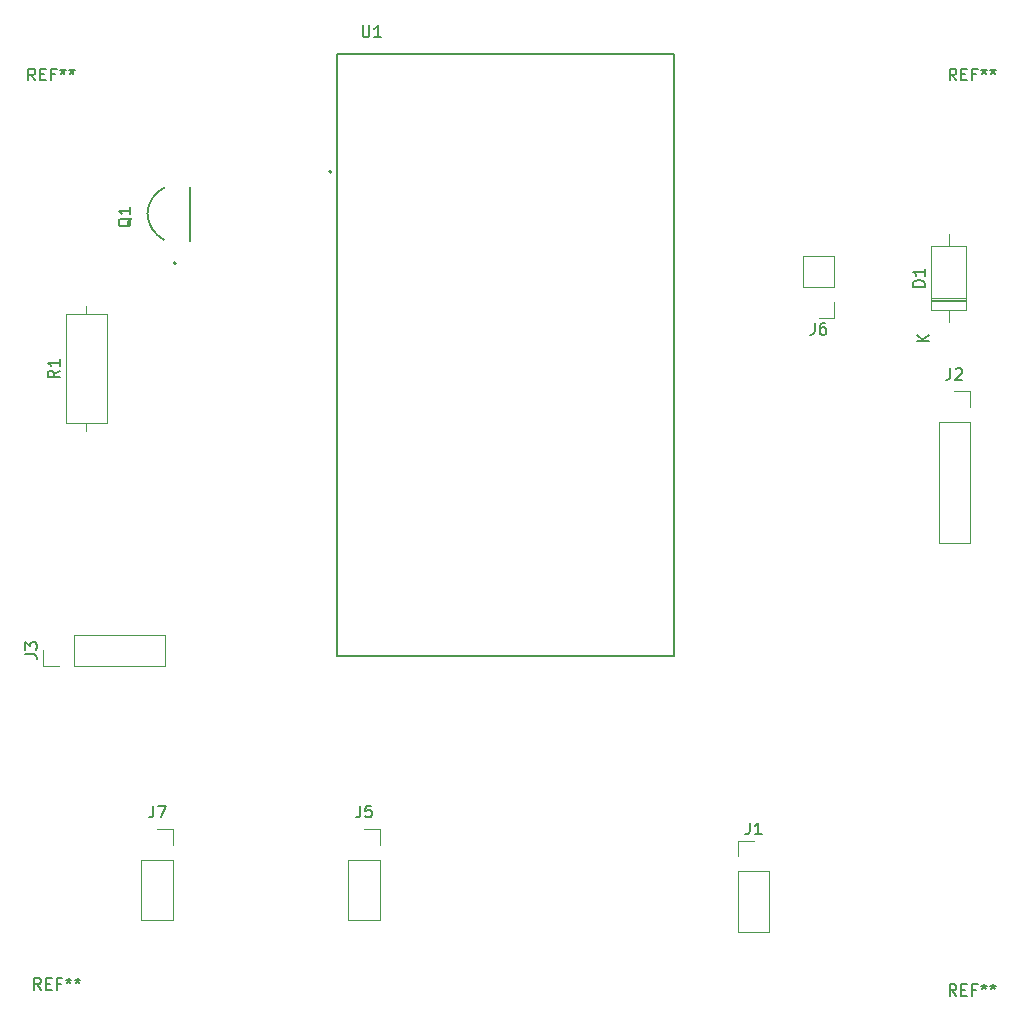
<source format=gbr>
%TF.GenerationSoftware,KiCad,Pcbnew,9.0.0*%
%TF.CreationDate,2025-03-05T16:28:04-05:00*%
%TF.ProjectId,Sistema-de-riego-automatico,53697374-656d-4612-9d64-652d72696567,rev?*%
%TF.SameCoordinates,Original*%
%TF.FileFunction,Legend,Top*%
%TF.FilePolarity,Positive*%
%FSLAX46Y46*%
G04 Gerber Fmt 4.6, Leading zero omitted, Abs format (unit mm)*
G04 Created by KiCad (PCBNEW 9.0.0) date 2025-03-05 16:28:04*
%MOMM*%
%LPD*%
G01*
G04 APERTURE LIST*
%ADD10C,0.150000*%
%ADD11C,0.120000*%
%ADD12C,0.200000*%
%ADD13C,0.127000*%
G04 APERTURE END LIST*
D10*
X66691666Y-81644819D02*
X66691666Y-82359104D01*
X66691666Y-82359104D02*
X66644047Y-82501961D01*
X66644047Y-82501961D02*
X66548809Y-82597200D01*
X66548809Y-82597200D02*
X66405952Y-82644819D01*
X66405952Y-82644819D02*
X66310714Y-82644819D01*
X67644047Y-81644819D02*
X67167857Y-81644819D01*
X67167857Y-81644819D02*
X67120238Y-82121009D01*
X67120238Y-82121009D02*
X67167857Y-82073390D01*
X67167857Y-82073390D02*
X67263095Y-82025771D01*
X67263095Y-82025771D02*
X67501190Y-82025771D01*
X67501190Y-82025771D02*
X67596428Y-82073390D01*
X67596428Y-82073390D02*
X67644047Y-82121009D01*
X67644047Y-82121009D02*
X67691666Y-82216247D01*
X67691666Y-82216247D02*
X67691666Y-82454342D01*
X67691666Y-82454342D02*
X67644047Y-82549580D01*
X67644047Y-82549580D02*
X67596428Y-82597200D01*
X67596428Y-82597200D02*
X67501190Y-82644819D01*
X67501190Y-82644819D02*
X67263095Y-82644819D01*
X67263095Y-82644819D02*
X67167857Y-82597200D01*
X67167857Y-82597200D02*
X67120238Y-82549580D01*
X39666666Y-97254819D02*
X39333333Y-96778628D01*
X39095238Y-97254819D02*
X39095238Y-96254819D01*
X39095238Y-96254819D02*
X39476190Y-96254819D01*
X39476190Y-96254819D02*
X39571428Y-96302438D01*
X39571428Y-96302438D02*
X39619047Y-96350057D01*
X39619047Y-96350057D02*
X39666666Y-96445295D01*
X39666666Y-96445295D02*
X39666666Y-96588152D01*
X39666666Y-96588152D02*
X39619047Y-96683390D01*
X39619047Y-96683390D02*
X39571428Y-96731009D01*
X39571428Y-96731009D02*
X39476190Y-96778628D01*
X39476190Y-96778628D02*
X39095238Y-96778628D01*
X40095238Y-96731009D02*
X40428571Y-96731009D01*
X40571428Y-97254819D02*
X40095238Y-97254819D01*
X40095238Y-97254819D02*
X40095238Y-96254819D01*
X40095238Y-96254819D02*
X40571428Y-96254819D01*
X41333333Y-96731009D02*
X41000000Y-96731009D01*
X41000000Y-97254819D02*
X41000000Y-96254819D01*
X41000000Y-96254819D02*
X41476190Y-96254819D01*
X42000000Y-96254819D02*
X42000000Y-96492914D01*
X41761905Y-96397676D02*
X42000000Y-96492914D01*
X42000000Y-96492914D02*
X42238095Y-96397676D01*
X41857143Y-96683390D02*
X42000000Y-96492914D01*
X42000000Y-96492914D02*
X42142857Y-96683390D01*
X42761905Y-96254819D02*
X42761905Y-96492914D01*
X42523810Y-96397676D02*
X42761905Y-96492914D01*
X42761905Y-96492914D02*
X43000000Y-96397676D01*
X42619048Y-96683390D02*
X42761905Y-96492914D01*
X42761905Y-96492914D02*
X42904762Y-96683390D01*
X117166666Y-97754819D02*
X116833333Y-97278628D01*
X116595238Y-97754819D02*
X116595238Y-96754819D01*
X116595238Y-96754819D02*
X116976190Y-96754819D01*
X116976190Y-96754819D02*
X117071428Y-96802438D01*
X117071428Y-96802438D02*
X117119047Y-96850057D01*
X117119047Y-96850057D02*
X117166666Y-96945295D01*
X117166666Y-96945295D02*
X117166666Y-97088152D01*
X117166666Y-97088152D02*
X117119047Y-97183390D01*
X117119047Y-97183390D02*
X117071428Y-97231009D01*
X117071428Y-97231009D02*
X116976190Y-97278628D01*
X116976190Y-97278628D02*
X116595238Y-97278628D01*
X117595238Y-97231009D02*
X117928571Y-97231009D01*
X118071428Y-97754819D02*
X117595238Y-97754819D01*
X117595238Y-97754819D02*
X117595238Y-96754819D01*
X117595238Y-96754819D02*
X118071428Y-96754819D01*
X118833333Y-97231009D02*
X118500000Y-97231009D01*
X118500000Y-97754819D02*
X118500000Y-96754819D01*
X118500000Y-96754819D02*
X118976190Y-96754819D01*
X119500000Y-96754819D02*
X119500000Y-96992914D01*
X119261905Y-96897676D02*
X119500000Y-96992914D01*
X119500000Y-96992914D02*
X119738095Y-96897676D01*
X119357143Y-97183390D02*
X119500000Y-96992914D01*
X119500000Y-96992914D02*
X119642857Y-97183390D01*
X120261905Y-96754819D02*
X120261905Y-96992914D01*
X120023810Y-96897676D02*
X120261905Y-96992914D01*
X120261905Y-96992914D02*
X120500000Y-96897676D01*
X120119048Y-97183390D02*
X120261905Y-96992914D01*
X120261905Y-96992914D02*
X120404762Y-97183390D01*
X39166666Y-20254819D02*
X38833333Y-19778628D01*
X38595238Y-20254819D02*
X38595238Y-19254819D01*
X38595238Y-19254819D02*
X38976190Y-19254819D01*
X38976190Y-19254819D02*
X39071428Y-19302438D01*
X39071428Y-19302438D02*
X39119047Y-19350057D01*
X39119047Y-19350057D02*
X39166666Y-19445295D01*
X39166666Y-19445295D02*
X39166666Y-19588152D01*
X39166666Y-19588152D02*
X39119047Y-19683390D01*
X39119047Y-19683390D02*
X39071428Y-19731009D01*
X39071428Y-19731009D02*
X38976190Y-19778628D01*
X38976190Y-19778628D02*
X38595238Y-19778628D01*
X39595238Y-19731009D02*
X39928571Y-19731009D01*
X40071428Y-20254819D02*
X39595238Y-20254819D01*
X39595238Y-20254819D02*
X39595238Y-19254819D01*
X39595238Y-19254819D02*
X40071428Y-19254819D01*
X40833333Y-19731009D02*
X40500000Y-19731009D01*
X40500000Y-20254819D02*
X40500000Y-19254819D01*
X40500000Y-19254819D02*
X40976190Y-19254819D01*
X41500000Y-19254819D02*
X41500000Y-19492914D01*
X41261905Y-19397676D02*
X41500000Y-19492914D01*
X41500000Y-19492914D02*
X41738095Y-19397676D01*
X41357143Y-19683390D02*
X41500000Y-19492914D01*
X41500000Y-19492914D02*
X41642857Y-19683390D01*
X42261905Y-19254819D02*
X42261905Y-19492914D01*
X42023810Y-19397676D02*
X42261905Y-19492914D01*
X42261905Y-19492914D02*
X42500000Y-19397676D01*
X42119048Y-19683390D02*
X42261905Y-19492914D01*
X42261905Y-19492914D02*
X42404762Y-19683390D01*
X117166666Y-20254819D02*
X116833333Y-19778628D01*
X116595238Y-20254819D02*
X116595238Y-19254819D01*
X116595238Y-19254819D02*
X116976190Y-19254819D01*
X116976190Y-19254819D02*
X117071428Y-19302438D01*
X117071428Y-19302438D02*
X117119047Y-19350057D01*
X117119047Y-19350057D02*
X117166666Y-19445295D01*
X117166666Y-19445295D02*
X117166666Y-19588152D01*
X117166666Y-19588152D02*
X117119047Y-19683390D01*
X117119047Y-19683390D02*
X117071428Y-19731009D01*
X117071428Y-19731009D02*
X116976190Y-19778628D01*
X116976190Y-19778628D02*
X116595238Y-19778628D01*
X117595238Y-19731009D02*
X117928571Y-19731009D01*
X118071428Y-20254819D02*
X117595238Y-20254819D01*
X117595238Y-20254819D02*
X117595238Y-19254819D01*
X117595238Y-19254819D02*
X118071428Y-19254819D01*
X118833333Y-19731009D02*
X118500000Y-19731009D01*
X118500000Y-20254819D02*
X118500000Y-19254819D01*
X118500000Y-19254819D02*
X118976190Y-19254819D01*
X119500000Y-19254819D02*
X119500000Y-19492914D01*
X119261905Y-19397676D02*
X119500000Y-19492914D01*
X119500000Y-19492914D02*
X119738095Y-19397676D01*
X119357143Y-19683390D02*
X119500000Y-19492914D01*
X119500000Y-19492914D02*
X119642857Y-19683390D01*
X120261905Y-19254819D02*
X120261905Y-19492914D01*
X120023810Y-19397676D02*
X120261905Y-19492914D01*
X120261905Y-19492914D02*
X120500000Y-19397676D01*
X120119048Y-19683390D02*
X120261905Y-19492914D01*
X120261905Y-19492914D02*
X120404762Y-19683390D01*
X99666666Y-83084819D02*
X99666666Y-83799104D01*
X99666666Y-83799104D02*
X99619047Y-83941961D01*
X99619047Y-83941961D02*
X99523809Y-84037200D01*
X99523809Y-84037200D02*
X99380952Y-84084819D01*
X99380952Y-84084819D02*
X99285714Y-84084819D01*
X100666666Y-84084819D02*
X100095238Y-84084819D01*
X100380952Y-84084819D02*
X100380952Y-83084819D01*
X100380952Y-83084819D02*
X100285714Y-83227676D01*
X100285714Y-83227676D02*
X100190476Y-83322914D01*
X100190476Y-83322914D02*
X100095238Y-83370533D01*
X116666666Y-44604819D02*
X116666666Y-45319104D01*
X116666666Y-45319104D02*
X116619047Y-45461961D01*
X116619047Y-45461961D02*
X116523809Y-45557200D01*
X116523809Y-45557200D02*
X116380952Y-45604819D01*
X116380952Y-45604819D02*
X116285714Y-45604819D01*
X117095238Y-44700057D02*
X117142857Y-44652438D01*
X117142857Y-44652438D02*
X117238095Y-44604819D01*
X117238095Y-44604819D02*
X117476190Y-44604819D01*
X117476190Y-44604819D02*
X117571428Y-44652438D01*
X117571428Y-44652438D02*
X117619047Y-44700057D01*
X117619047Y-44700057D02*
X117666666Y-44795295D01*
X117666666Y-44795295D02*
X117666666Y-44890533D01*
X117666666Y-44890533D02*
X117619047Y-45033390D01*
X117619047Y-45033390D02*
X117047619Y-45604819D01*
X117047619Y-45604819D02*
X117666666Y-45604819D01*
X41234819Y-44816666D02*
X40758628Y-45149999D01*
X41234819Y-45388094D02*
X40234819Y-45388094D01*
X40234819Y-45388094D02*
X40234819Y-45007142D01*
X40234819Y-45007142D02*
X40282438Y-44911904D01*
X40282438Y-44911904D02*
X40330057Y-44864285D01*
X40330057Y-44864285D02*
X40425295Y-44816666D01*
X40425295Y-44816666D02*
X40568152Y-44816666D01*
X40568152Y-44816666D02*
X40663390Y-44864285D01*
X40663390Y-44864285D02*
X40711009Y-44911904D01*
X40711009Y-44911904D02*
X40758628Y-45007142D01*
X40758628Y-45007142D02*
X40758628Y-45388094D01*
X41234819Y-43864285D02*
X41234819Y-44435713D01*
X41234819Y-44149999D02*
X40234819Y-44149999D01*
X40234819Y-44149999D02*
X40377676Y-44245237D01*
X40377676Y-44245237D02*
X40472914Y-44340475D01*
X40472914Y-44340475D02*
X40520533Y-44435713D01*
X66883095Y-15594819D02*
X66883095Y-16404342D01*
X66883095Y-16404342D02*
X66930714Y-16499580D01*
X66930714Y-16499580D02*
X66978333Y-16547200D01*
X66978333Y-16547200D02*
X67073571Y-16594819D01*
X67073571Y-16594819D02*
X67264047Y-16594819D01*
X67264047Y-16594819D02*
X67359285Y-16547200D01*
X67359285Y-16547200D02*
X67406904Y-16499580D01*
X67406904Y-16499580D02*
X67454523Y-16404342D01*
X67454523Y-16404342D02*
X67454523Y-15594819D01*
X68454523Y-16594819D02*
X67883095Y-16594819D01*
X68168809Y-16594819D02*
X68168809Y-15594819D01*
X68168809Y-15594819D02*
X68073571Y-15737676D01*
X68073571Y-15737676D02*
X67978333Y-15832914D01*
X67978333Y-15832914D02*
X67883095Y-15880533D01*
X49166666Y-81644819D02*
X49166666Y-82359104D01*
X49166666Y-82359104D02*
X49119047Y-82501961D01*
X49119047Y-82501961D02*
X49023809Y-82597200D01*
X49023809Y-82597200D02*
X48880952Y-82644819D01*
X48880952Y-82644819D02*
X48785714Y-82644819D01*
X49547619Y-81644819D02*
X50214285Y-81644819D01*
X50214285Y-81644819D02*
X49785714Y-82644819D01*
X38324819Y-68833333D02*
X39039104Y-68833333D01*
X39039104Y-68833333D02*
X39181961Y-68880952D01*
X39181961Y-68880952D02*
X39277200Y-68976190D01*
X39277200Y-68976190D02*
X39324819Y-69119047D01*
X39324819Y-69119047D02*
X39324819Y-69214285D01*
X38324819Y-68452380D02*
X38324819Y-67833333D01*
X38324819Y-67833333D02*
X38705771Y-68166666D01*
X38705771Y-68166666D02*
X38705771Y-68023809D01*
X38705771Y-68023809D02*
X38753390Y-67928571D01*
X38753390Y-67928571D02*
X38801009Y-67880952D01*
X38801009Y-67880952D02*
X38896247Y-67833333D01*
X38896247Y-67833333D02*
X39134342Y-67833333D01*
X39134342Y-67833333D02*
X39229580Y-67880952D01*
X39229580Y-67880952D02*
X39277200Y-67928571D01*
X39277200Y-67928571D02*
X39324819Y-68023809D01*
X39324819Y-68023809D02*
X39324819Y-68309523D01*
X39324819Y-68309523D02*
X39277200Y-68404761D01*
X39277200Y-68404761D02*
X39229580Y-68452380D01*
X47333057Y-31899238D02*
X47285438Y-31994476D01*
X47285438Y-31994476D02*
X47190200Y-32089714D01*
X47190200Y-32089714D02*
X47047342Y-32232571D01*
X47047342Y-32232571D02*
X46999723Y-32327809D01*
X46999723Y-32327809D02*
X46999723Y-32423047D01*
X47237819Y-32375428D02*
X47190200Y-32470666D01*
X47190200Y-32470666D02*
X47094961Y-32565904D01*
X47094961Y-32565904D02*
X46904485Y-32613523D01*
X46904485Y-32613523D02*
X46571152Y-32613523D01*
X46571152Y-32613523D02*
X46380676Y-32565904D01*
X46380676Y-32565904D02*
X46285438Y-32470666D01*
X46285438Y-32470666D02*
X46237819Y-32375428D01*
X46237819Y-32375428D02*
X46237819Y-32184952D01*
X46237819Y-32184952D02*
X46285438Y-32089714D01*
X46285438Y-32089714D02*
X46380676Y-31994476D01*
X46380676Y-31994476D02*
X46571152Y-31946857D01*
X46571152Y-31946857D02*
X46904485Y-31946857D01*
X46904485Y-31946857D02*
X47094961Y-31994476D01*
X47094961Y-31994476D02*
X47190200Y-32089714D01*
X47190200Y-32089714D02*
X47237819Y-32184952D01*
X47237819Y-32184952D02*
X47237819Y-32375428D01*
X47237819Y-30994476D02*
X47237819Y-31565904D01*
X47237819Y-31280190D02*
X46237819Y-31280190D01*
X46237819Y-31280190D02*
X46380676Y-31375428D01*
X46380676Y-31375428D02*
X46475914Y-31470666D01*
X46475914Y-31470666D02*
X46523533Y-31565904D01*
X105166666Y-40784819D02*
X105166666Y-41499104D01*
X105166666Y-41499104D02*
X105119047Y-41641961D01*
X105119047Y-41641961D02*
X105023809Y-41737200D01*
X105023809Y-41737200D02*
X104880952Y-41784819D01*
X104880952Y-41784819D02*
X104785714Y-41784819D01*
X106071428Y-40784819D02*
X105880952Y-40784819D01*
X105880952Y-40784819D02*
X105785714Y-40832438D01*
X105785714Y-40832438D02*
X105738095Y-40880057D01*
X105738095Y-40880057D02*
X105642857Y-41022914D01*
X105642857Y-41022914D02*
X105595238Y-41213390D01*
X105595238Y-41213390D02*
X105595238Y-41594342D01*
X105595238Y-41594342D02*
X105642857Y-41689580D01*
X105642857Y-41689580D02*
X105690476Y-41737200D01*
X105690476Y-41737200D02*
X105785714Y-41784819D01*
X105785714Y-41784819D02*
X105976190Y-41784819D01*
X105976190Y-41784819D02*
X106071428Y-41737200D01*
X106071428Y-41737200D02*
X106119047Y-41689580D01*
X106119047Y-41689580D02*
X106166666Y-41594342D01*
X106166666Y-41594342D02*
X106166666Y-41356247D01*
X106166666Y-41356247D02*
X106119047Y-41261009D01*
X106119047Y-41261009D02*
X106071428Y-41213390D01*
X106071428Y-41213390D02*
X105976190Y-41165771D01*
X105976190Y-41165771D02*
X105785714Y-41165771D01*
X105785714Y-41165771D02*
X105690476Y-41213390D01*
X105690476Y-41213390D02*
X105642857Y-41261009D01*
X105642857Y-41261009D02*
X105595238Y-41356247D01*
X114484819Y-37738094D02*
X113484819Y-37738094D01*
X113484819Y-37738094D02*
X113484819Y-37499999D01*
X113484819Y-37499999D02*
X113532438Y-37357142D01*
X113532438Y-37357142D02*
X113627676Y-37261904D01*
X113627676Y-37261904D02*
X113722914Y-37214285D01*
X113722914Y-37214285D02*
X113913390Y-37166666D01*
X113913390Y-37166666D02*
X114056247Y-37166666D01*
X114056247Y-37166666D02*
X114246723Y-37214285D01*
X114246723Y-37214285D02*
X114341961Y-37261904D01*
X114341961Y-37261904D02*
X114437200Y-37357142D01*
X114437200Y-37357142D02*
X114484819Y-37499999D01*
X114484819Y-37499999D02*
X114484819Y-37738094D01*
X114484819Y-36214285D02*
X114484819Y-36785713D01*
X114484819Y-36499999D02*
X113484819Y-36499999D01*
X113484819Y-36499999D02*
X113627676Y-36595237D01*
X113627676Y-36595237D02*
X113722914Y-36690475D01*
X113722914Y-36690475D02*
X113770533Y-36785713D01*
X114854819Y-42341904D02*
X113854819Y-42341904D01*
X114854819Y-41770476D02*
X114283390Y-42199047D01*
X113854819Y-41770476D02*
X114426247Y-42341904D01*
D11*
%TO.C,J5*%
X65695000Y-86230000D02*
X65695000Y-91370000D01*
X65695000Y-86230000D02*
X68355000Y-86230000D01*
X65695000Y-91370000D02*
X68355000Y-91370000D01*
X67025000Y-83630000D02*
X68355000Y-83630000D01*
X68355000Y-83630000D02*
X68355000Y-84960000D01*
X68355000Y-86230000D02*
X68355000Y-91370000D01*
%TO.C,J1*%
X101330000Y-87230000D02*
X101330000Y-92370000D01*
X98670000Y-92370000D02*
X101330000Y-92370000D01*
X98670000Y-87230000D02*
X101330000Y-87230000D01*
X98670000Y-87230000D02*
X98670000Y-92370000D01*
X98670000Y-85960000D02*
X98670000Y-84630000D01*
X98670000Y-84630000D02*
X100000000Y-84630000D01*
%TO.C,J2*%
X118330000Y-49190000D02*
X118330000Y-59410000D01*
X118330000Y-46590000D02*
X118330000Y-47920000D01*
X117000000Y-46590000D02*
X118330000Y-46590000D01*
X115670000Y-59410000D02*
X118330000Y-59410000D01*
X115670000Y-49190000D02*
X118330000Y-49190000D01*
X115670000Y-49190000D02*
X115670000Y-59410000D01*
%TO.C,R1*%
X45220000Y-49270000D02*
X45220000Y-40030000D01*
X45220000Y-40030000D02*
X41780000Y-40030000D01*
X43500000Y-49960000D02*
X43500000Y-49270000D01*
X43500000Y-39340000D02*
X43500000Y-40030000D01*
X41780000Y-49270000D02*
X45220000Y-49270000D01*
X41780000Y-40030000D02*
X41780000Y-49270000D01*
D12*
%TO.C,U1*%
X64250000Y-27985000D02*
G75*
G02*
X64050000Y-27985000I-100000J0D01*
G01*
X64050000Y-27985000D02*
G75*
G02*
X64250000Y-27985000I100000J0D01*
G01*
D13*
X93230000Y-68975000D02*
X64720000Y-68975000D01*
X93230000Y-18025000D02*
X93230000Y-68975000D01*
X93230000Y-18025000D02*
X93230000Y-68975000D01*
X87780000Y-68975000D02*
X93230000Y-68975000D01*
X82500000Y-18025000D02*
X93230000Y-18025000D01*
X75789000Y-18025000D02*
X82500000Y-18025000D01*
X70090000Y-68975000D02*
X87780000Y-68975000D01*
X64720000Y-68975000D02*
X70090000Y-68975000D01*
X64720000Y-68975000D02*
X64720000Y-18025000D01*
X64720000Y-68975000D02*
X64720000Y-18025000D01*
X64720000Y-18025000D02*
X93230000Y-18025000D01*
X64720000Y-18025000D02*
X75789000Y-18025000D01*
D11*
%TO.C,J7*%
X50830000Y-86230000D02*
X50830000Y-91370000D01*
X50830000Y-83630000D02*
X50830000Y-84960000D01*
X49500000Y-83630000D02*
X50830000Y-83630000D01*
X48170000Y-91370000D02*
X50830000Y-91370000D01*
X48170000Y-86230000D02*
X50830000Y-86230000D01*
X48170000Y-86230000D02*
X48170000Y-91370000D01*
%TO.C,J3*%
X50150000Y-69830000D02*
X50150000Y-67170000D01*
X42470000Y-69830000D02*
X50150000Y-69830000D01*
X42470000Y-69830000D02*
X42470000Y-67170000D01*
X42470000Y-67170000D02*
X50150000Y-67170000D01*
X41200000Y-69830000D02*
X39870000Y-69830000D01*
X39870000Y-69830000D02*
X39870000Y-68500000D01*
D12*
%TO.C,Q1*%
X51100000Y-35729000D02*
G75*
G02*
X50900000Y-35729000I-100000J0D01*
G01*
X50900000Y-35729000D02*
G75*
G02*
X51100000Y-35729000I100000J0D01*
G01*
D13*
X48670000Y-31540000D02*
G75*
G02*
X50070000Y-29340000I2605258J-112437D01*
G01*
X50070000Y-33740000D02*
G75*
G02*
X48670000Y-31540000I1205258J2312437D01*
G01*
X52270000Y-33840000D02*
X52270000Y-29240000D01*
D11*
%TO.C,J6*%
X106830000Y-40330000D02*
X105500000Y-40330000D01*
X106830000Y-39000000D02*
X106830000Y-40330000D01*
X106830000Y-37730000D02*
X106830000Y-35130000D01*
X106830000Y-37730000D02*
X104170000Y-37730000D01*
X106830000Y-35130000D02*
X104170000Y-35130000D01*
X104170000Y-37730000D02*
X104170000Y-35130000D01*
%TO.C,D1*%
X117970000Y-39720000D02*
X117970000Y-34280000D01*
X117970000Y-34280000D02*
X115030000Y-34280000D01*
X116500000Y-40740000D02*
X116500000Y-39720000D01*
X116500000Y-33260000D02*
X116500000Y-34280000D01*
X115030000Y-39720000D02*
X117970000Y-39720000D01*
X115030000Y-38940000D02*
X117970000Y-38940000D01*
X115030000Y-38820000D02*
X117970000Y-38820000D01*
X115030000Y-38700000D02*
X117970000Y-38700000D01*
X115030000Y-34280000D02*
X115030000Y-39720000D01*
%TD*%
M02*

</source>
